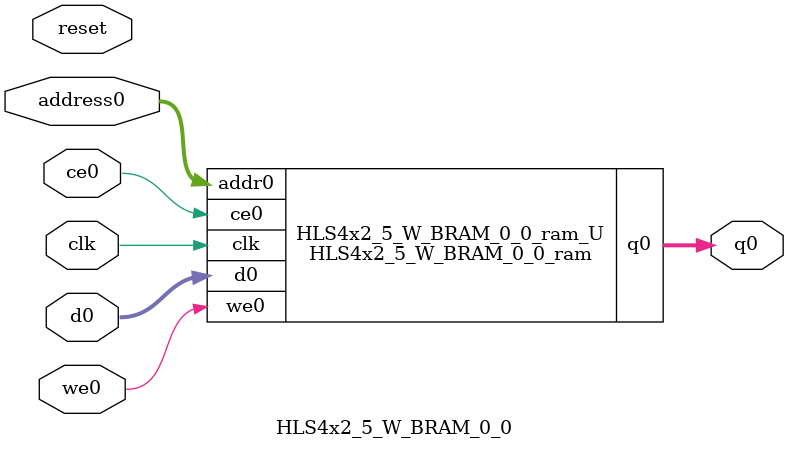
<source format=v>

`timescale 1 ns / 1 ps
module HLS4x2_5_W_BRAM_0_0_ram (addr0, ce0, d0, we0, q0,  clk);

parameter DWIDTH = 16;
parameter AWIDTH = 4;
parameter MEM_SIZE = 9;

input[AWIDTH-1:0] addr0;
input ce0;
input[DWIDTH-1:0] d0;
input we0;
output reg[DWIDTH-1:0] q0;
input clk;

(* ram_style = "distributed" *)reg [DWIDTH-1:0] ram[0:MEM_SIZE-1];




always @(posedge clk)  
begin 
    if (ce0) 
    begin
        if (we0) 
        begin 
            ram[addr0] <= d0; 
            q0 <= d0;
        end 
        else 
            q0 <= ram[addr0];
    end
end


endmodule


`timescale 1 ns / 1 ps
module HLS4x2_5_W_BRAM_0_0(
    reset,
    clk,
    address0,
    ce0,
    we0,
    d0,
    q0);

parameter DataWidth = 32'd16;
parameter AddressRange = 32'd9;
parameter AddressWidth = 32'd4;
input reset;
input clk;
input[AddressWidth - 1:0] address0;
input ce0;
input we0;
input[DataWidth - 1:0] d0;
output[DataWidth - 1:0] q0;



HLS4x2_5_W_BRAM_0_0_ram HLS4x2_5_W_BRAM_0_0_ram_U(
    .clk( clk ),
    .addr0( address0 ),
    .ce0( ce0 ),
    .d0( d0 ),
    .we0( we0 ),
    .q0( q0 ));

endmodule


</source>
